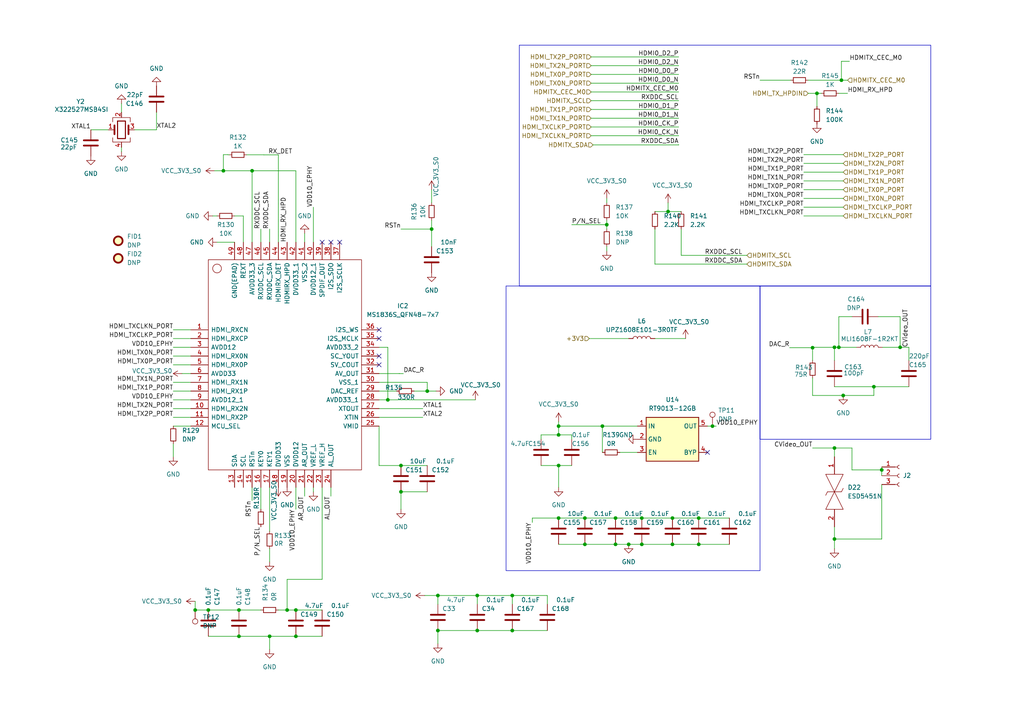
<source format=kicad_sch>
(kicad_sch (version 20231120) (generator "eeschema") (generator_version "8.0")
  (paper "A4")
  (lib_symbols
    (symbol "Connector:Conn_01x03_Socket" (pin_names (offset 1.016) hide)
      (property "Reference" "J" (at 0 5.08 0))
      (property "Value" "Conn_01x03_Socket" (at 0 -5.08 0))
      (symbol "Conn_01x03_Socket_1_1"
        (pin passive line (at -5.08 2.54 0) (length 3.81) (name "Pin_1") (number "1"))
        (pin passive line (at -5.08 0 0) (length 3.81) (name "Pin_2") (number "2"))
        (pin passive line (at -5.08 -2.54 0) (length 3.81) (name "Pin_3") (number "3"))
      )
    )
    (symbol "Connector:TestPoint" (pin_numbers hide) (pin_names (offset 0.762) hide)
      (property "Reference" "TP" (at 0 6.858 0))
      (property "Value" "TestPoint" (at 0 5.08 0))
      (symbol "TestPoint_1_1"
        (pin passive line (at 0 0 90) (length 2.54) (name "1") (number "1"))
      )
    )
    (symbol "Device:C" (pin_numbers hide) (pin_names (offset 0.254))
      (property "Reference" "C" (at 0.635 2.54 0))
      (property "Value" "C" (at 0.635 -2.54 0))
      (symbol "C_1_1"
        (pin passive line (at 0 3.81 270) (length 2.794) (name "~") (number "1"))
        (pin passive line (at 0 -3.81 90) (length 2.794) (name "~") (number "2"))
      )
    )
    (symbol "Device:Crystal_GND24" (pin_names (offset 1.016) hide)
      (property "Reference" "Y" (at 3.175 5.08 0))
      (property "Value" "Crystal_GND24" (at 3.175 3.175 0))
      (symbol "Crystal_GND24_1_1"
        (pin passive line (at -3.81 0 0) (length 1.27) (name "1") (number "1"))
        (pin passive line (at 0 5.08 270) (length 1.27) (name "2") (number "2"))
        (pin passive line (at 3.81 0 180) (length 1.27) (name "3") (number "3"))
        (pin passive line (at 0 -5.08 90) (length 1.27) (name "4") (number "4"))
      )
    )
    (symbol "Device:L" (pin_numbers hide) (pin_names (offset 1.016) hide)
      (property "Reference" "L" (at -1.27 0 90))
      (property "Value" "L" (at 1.905 0 90))
      (symbol "L_1_1"
        (pin passive line (at 0 3.81 270) (length 1.27) (name "1") (number "1"))
        (pin passive line (at 0 -3.81 90) (length 1.27) (name "2") (number "2"))
      )
    )
    (symbol "Device:R_Small" (pin_numbers hide) (pin_names (offset 0.254) hide)
      (property "Reference" "R" (at 0.762 0.508 0))
      (property "Value" "R_Small" (at 0.762 -1.016 0))
      (symbol "R_Small_1_1"
        (pin passive line (at 0 2.54 270) (length 0.762) (name "~") (number "1"))
        (pin passive line (at 0 -2.54 90) (length 0.762) (name "~") (number "2"))
      )
    )
    (symbol "ESD5451N:ESD5451N" (pin_names (offset 0.762))
      (property "Reference" "D" (at 12.7 8.89 0))
      (property "Value" "ESD5451N" (at 12.7 6.35 0))
      (symbol "ESD5451N_0_0"
        (pin passive line (at 0 0 0) (length 5.08) (name "~") (number "1"))
        (pin passive line (at 20.32 0 180) (length 5.08) (name "~") (number "2"))
      )
    )
    (symbol "Mechanical:Fiducial"
      (property "Reference" "FID" (at 0 5.08 0))
      (property "Value" "Fiducial" (at 0 3.175 0))
    )
    (symbol "QFN481:MS1836S_QFN48-7x7" (pin_names (offset 0.762))
      (property "Reference" "IC" (at 41.91 25.4 0))
      (property "Value" "MS1836S_QFN48-7x7" (at 41.91 22.86 0))
      (symbol "MS1836S_QFN48-7x7_1_0"
        (pin passive line (at -5.08 0 0) (length 5.08) (name "HDMI_RXCN") (number "1"))
        (pin passive line (at -5.08 -22.86 0) (length 5.08) (name "HDMI_RX2N") (number "10"))
        (pin passive line (at -5.08 -25.4 0) (length 5.08) (name "HDMI_RX2P") (number "11"))
        (pin passive line (at -5.08 -27.94 0) (length 5.08) (name "MCU_SEL") (number "12"))
        (pin passive line (at 7.62 -45.72 90) (length 5.08) (name "SDA") (number "13"))
        (pin passive line (at 10.16 -45.72 90) (length 5.08) (name "SCL") (number "14"))
        (pin passive line (at 12.7 -45.72 90) (length 5.08) (name "RSTn") (number "15"))
        (pin passive line (at 15.24 -45.72 90) (length 5.08) (name "KEY0") (number "16"))
        (pin passive line (at 17.78 -45.72 90) (length 5.08) (name "KEY1") (number "17"))
        (pin passive line (at 20.32 -45.72 90) (length 5.08) (name "DVDD33") (number "18"))
        (pin passive line (at 22.86 -45.72 90) (length 5.08) (name "VSS") (number "19"))
        (pin passive line (at -5.08 -2.54 0) (length 5.08) (name "HDMI_RXCP") (number "2"))
        (pin passive line (at 25.4 -45.72 90) (length 5.08) (name "DVDD12") (number "20"))
        (pin passive line (at 27.94 -45.72 90) (length 5.08) (name "AR_OUT") (number "21"))
        (pin passive line (at 30.48 -45.72 90) (length 5.08) (name "VREF_L") (number "22"))
        (pin passive line (at 33.02 -45.72 90) (length 5.08) (name "VREF_H") (number "23"))
        (pin passive line (at 35.56 -45.72 90) (length 5.08) (name "AL_OUT") (number "24"))
        (pin passive line (at 49.53 -27.94 180) (length 5.08) (name "VMID") (number "25"))
        (pin passive line (at 49.53 -25.4 180) (length 5.08) (name "XTIN") (number "26"))
        (pin passive line (at 49.53 -22.86 180) (length 5.08) (name "XTOUT") (number "27"))
        (pin passive line (at 49.53 -20.32 180) (length 5.08) (name "AVDD33_1") (number "28"))
        (pin passive line (at 49.53 -17.78 180) (length 5.08) (name "DAC_REF") (number "29"))
        (pin passive line (at -5.08 -5.08 0) (length 5.08) (name "AVDD12") (number "3"))
        (pin passive line (at 49.53 -15.24 180) (length 5.08) (name "VSS_1") (number "30"))
        (pin passive line (at 49.53 -12.7 180) (length 5.08) (name "AV_OUT") (number "31"))
        (pin passive line (at 49.53 -10.16 180) (length 5.08) (name "SV_COUT") (number "32"))
        (pin passive line (at 49.53 -7.62 180) (length 5.08) (name "SC_YOUT") (number "33"))
        (pin passive line (at 49.53 -5.08 180) (length 5.08) (name "AVDD33_2") (number "34"))
        (pin passive line (at 49.53 -2.54 180) (length 5.08) (name "I2S_MCLK") (number "35"))
        (pin passive line (at 49.53 0 180) (length 5.08) (name "I2S_WS") (number "36"))
        (pin passive line (at 38.1 25.4 270) (length 5.08) (name "I2S_SCLK") (number "37"))
        (pin passive line (at 35.56 25.4 270) (length 5.08) (name "I2S_SDO") (number "38"))
        (pin passive line (at 33.02 25.4 270) (length 5.08) (name "SPDIF_OUT") (number "39"))
        (pin passive line (at -5.08 -7.62 0) (length 5.08) (name "HDMI_RX0N") (number "4"))
        (pin passive line (at 30.48 25.4 270) (length 5.08) (name "DVDD12_1") (number "40"))
        (pin passive line (at 27.94 25.4 270) (length 5.08) (name "VSS_2") (number "41"))
        (pin passive line (at 25.4 25.4 270) (length 5.08) (name "DVDD33_1") (number "42"))
        (pin passive line (at 22.86 25.4 270) (length 5.08) (name "HDMIRX_HPD") (number "43"))
        (pin passive line (at 20.32 25.4 270) (length 5.08) (name "HDMIRX_DET") (number "44"))
        (pin passive line (at 17.78 25.4 270) (length 5.08) (name "RXDDC_SDA") (number "45"))
        (pin passive line (at 15.24 25.4 270) (length 5.08) (name "RXDDC_SCL") (number "46"))
        (pin passive line (at 12.7 25.4 270) (length 5.08) (name "AVDD33_3") (number "47"))
        (pin passive line (at 10.16 25.4 270) (length 5.08) (name "REXT") (number "48"))
        (pin passive line (at 7.62 25.4 270) (length 5.08) (name "GND(EPAD)") (number "49"))
        (pin passive line (at -5.08 -10.16 0) (length 5.08) (name "HDMI_RX0P") (number "5"))
        (pin passive line (at -5.08 -12.7 0) (length 5.08) (name "AVDD33") (number "6"))
        (pin passive line (at -5.08 -15.24 0) (length 5.08) (name "HDMI_RX1N") (number "7"))
        (pin passive line (at -5.08 -17.78 0) (length 5.08) (name "HDMI_RX1P") (number "8"))
        (pin passive line (at -5.08 -20.32 0) (length 5.08) (name "AVDD12_1") (number "9"))
      )
    )
    (symbol "RT9013-12GB:RT9013-12GB"
      (property "Reference" "U9" (at 0 3.81 0))
      (property "Value" "RT9013-12GB" (at 0 1.27 0))
      (symbol "RT9013-12GB_1_1"
        (pin power_in line (at -10.16 -3.81 0) (length 2.54) (name "IN") (number "1"))
        (pin power_in line (at -10.16 -7.62 0) (length 2.54) (name "GND") (number "2"))
        (pin power_in line (at -10.16 -11.43 0) (length 2.54) (name "EN") (number "3"))
        (pin passive line (at 10.16 -11.43 180) (length 2.54) (name "BYP") (number "4"))
        (pin power_out line (at 10.16 -3.81 180) (length 2.54) (name "OUT") (number "5"))
      )
    )
    (symbol "power:GND" (power) (pin_names (offset 0))
      (property "Value" "GND" (at 0 -3.81 0))
      (symbol "GND_1_1"
        (pin power_in line (at 0 0 270) (length 0) hide (name "GND") (number "1"))
      )
    )
    (symbol "power:VCC" (power) (pin_names (offset 0))
      (property "Value" "VCC" (at 0 3.81 0))
      (symbol "VCC_1_1"
        (pin power_in line (at 0 0 90) (length 0) hide (name "VCC") (number "1"))
      )
    )
  )
  (junction (at 253.4574 112.1637))
  (junction (at 127 172.72))
  (junction (at 73.1174 49.53))
  (junction (at 116.2974 142.6437))
  (junction (at 64.7906 49.53))
  (junction (at 202.6574 157.8837))
  (junction (at 169.6374 150.2637))
  (junction (at 175.9874 65.1737))
  (junction (at 244.0487 23.2637))
  (junction (at 123.9174 113.4337))
  (junction (at 206.6461 123.5937))
  (junction (at 261.0774 100.7337))
  (junction (at 195.0374 157.8837))
  (junction (at 148.59 172.72))
  (junction (at 235.6774 100.8488))
  (junction (at 186.1474 150.2637))
  (junction (at 125.1874 66.4437))
  (junction (at 178.5274 157.8837))
  (junction (at 202.6574 150.2637))
  (junction (at 138.43 172.72))
  (junction (at 148.59 182.88))
  (junction (at 60.4174 176.9337))
  (junction (at 138.43 182.88))
  (junction (at 178.5274 150.2637))
  (junction (at 242.0274 156.3403))
  (junction (at 255.7436 136.2937))
  (junction (at 186.1474 157.8837))
  (junction (at 83.2774 176.9337))
  (junction (at 127 182.88))
  (junction (at 162.0174 126.1337))
  (junction (at 85.8174 184.5537))
  (junction (at 169.6374 157.8837))
  (junction (at 69.3074 184.5537))
  (junction (at 162.0174 123.5937))
  (junction (at 244.5674 114.7037))
  (junction (at 242.0274 129.9437))
  (junction (at 243.2974 100.7337))
  (junction (at 78.1974 184.5537))
  (junction (at 112.4874 115.9737))
  (junction (at 236.9474 27.0737))
  (junction (at 162.0174 150.2637))
  (junction (at 56.6074 176.9337))
  (junction (at 242.0274 100.7337))
  (junction (at 193.7674 61.3637))
  (junction (at 162.0174 135.0237))
  (junction (at 174.7174 123.5937))
  (junction (at 85.8174 176.9337))
  (junction (at 116.2974 135.0237))
  (junction (at 69.3074 176.9337))
  (junction (at 182.3374 157.8837))
  (junction (at 195.0374 150.2637))
  (no_connect (at 109.9474 98.1937))
  (no_connect (at 98.5174 70.2537))
  (no_connect (at 205.1974 131.2137))
  (no_connect (at 109.9474 95.6537))
  (no_connect (at 109.9474 105.8137))
  (no_connect (at 109.9474 103.2737))
  (no_connect (at 95.9774 70.2537))
  (no_connect (at 93.4374 70.2537))
  (wire (pts (xy 169.6374 157.8837) (xy 178.5274 157.8837)))
  (wire (pts (xy 50.2574 118.5137) (xy 55.3374 118.5137)))
  (wire (pts (xy 138.43 182.88) (xy 127 182.88)))
  (wire (pts (xy 233.1374 57.5537) (xy 244.5674 57.5537)))
  (wire (pts (xy 148.59 172.72) (xy 138.43 172.72)))
  (wire (pts (xy 171.45 16.51) (xy 196.85 16.51)))
  (wire (pts (xy 244.0487 23.2637) (xy 245.8374 23.2637)))
  (wire (pts (xy 169.6374 150.2637) (xy 178.5274 150.2637)))
  (wire (pts (xy 235.6774 114.7037) (xy 235.6774 109.6237)))
  (wire (pts (xy 122.6474 121.0537) (xy 109.9474 121.0537)))
  (wire (pts (xy 174.7174 123.5937) (xy 174.7174 131.2137)))
  (wire (pts (xy 158.75 175.26) (xy 158.75 172.72)))
  (wire (pts (xy 137.8874 115.9737) (xy 112.4874 115.9737)))
  (wire (pts (xy 61.6874 62.6337) (xy 62.9574 62.6337)))
  (wire (pts (xy 179.7974 131.2137) (xy 184.8774 131.2137)))
  (wire (pts (xy 175.9874 65.1737) (xy 175.9874 63.9037)))
  (wire (pts (xy 126.4574 113.4337) (xy 123.9174 113.4337)))
  (wire (pts (xy 120.1074 113.4337) (xy 123.9174 113.4337)))
  (wire (pts (xy 85.8174 176.9337) (xy 83.2774 176.9337)))
  (wire (pts (xy 156.9374 135.0237) (xy 162.0174 135.0237)))
  (wire (pts (xy 64.7906 44.8547) (xy 64.7906 49.53)))
  (wire (pts (xy 39.045 37.6506) (xy 45.395 37.6506)))
  (wire (pts (xy 165.8274 65.1737) (xy 175.9874 65.1737)))
  (wire (pts (xy 76.5183 44.9151) (xy 80.7374 44.9151)))
  (wire (pts (xy 75.6574 147.7237) (xy 75.6574 141.3737)))
  (wire (pts (xy 148.59 182.88) (xy 138.43 182.88)))
  (wire (pts (xy 263.6174 100.7337) (xy 263.6174 104.5437)))
  (wire (pts (xy 109.9474 100.7337) (xy 112.4874 100.7337)))
  (wire (pts (xy 60.4174 176.9337) (xy 56.6074 176.9337)))
  (wire (pts (xy 88.3574 67.7137) (xy 88.3574 70.2537)))
  (wire (pts (xy 235.6774 129.9437) (xy 242.0274 129.9437)))
  (wire (pts (xy 50.2574 113.4337) (xy 55.3374 113.4337)))
  (wire (pts (xy 235.6774 104.5437) (xy 235.6774 100.8488)))
  (wire (pts (xy 83.2774 176.9337) (xy 80.7374 176.9337)))
  (wire (pts (xy 255.7436 136.2937) (xy 255.7436 137.9873)))
  (wire (pts (xy 193.7674 61.3637) (xy 197.5774 61.3637)))
  (wire (pts (xy 243.2974 91.8437) (xy 243.2974 100.7337)))
  (wire (pts (xy 202.6574 150.2637) (xy 211.5474 150.2637)))
  (wire (pts (xy 66.1086 44.9027) (xy 66.1086 44.8547)))
  (wire (pts (xy 116.2974 142.6437) (xy 123.9174 142.6437)))
  (wire (pts (xy 69.3074 184.5537) (xy 78.1974 184.5537)))
  (wire (pts (xy 69.3074 176.9337) (xy 60.4174 176.9337)))
  (wire (pts (xy 244.5674 114.7037) (xy 253.4574 114.7037)))
  (wire (pts (xy 116.2974 147.7237) (xy 116.2974 142.6437)))
  (wire (pts (xy 156.9374 126.1337) (xy 162.0174 126.1337)))
  (wire (pts (xy 112.4874 115.9737) (xy 109.9474 115.9737)))
  (wire (pts (xy 138.43 172.72) (xy 127 172.72)))
  (wire (pts (xy 50.2574 95.6537) (xy 55.3374 95.6537)))
  (wire (pts (xy 70.5774 62.6337) (xy 68.0374 62.6337)))
  (wire (pts (xy 233.1374 49.9337) (xy 244.5674 49.9337)))
  (wire (pts (xy 247.1074 136.2937) (xy 247.1074 129.9437)))
  (wire (pts (xy 162.0174 126.1337) (xy 165.8274 126.1337)))
  (wire (pts (xy 193.7674 58.8237) (xy 193.7674 61.3637)))
  (wire (pts (xy 138.43 175.26) (xy 138.43 172.72)))
  (wire (pts (xy 233.1374 62.6337) (xy 244.5674 62.6337)))
  (wire (pts (xy 246.38 17.78) (xy 244.0487 17.78)))
  (wire (pts (xy 73.1174 49.53) (xy 85.8174 49.53)))
  (wire (pts (xy 171.45 21.59) (xy 196.85 21.59)))
  (wire (pts (xy 50.2574 123.5937) (xy 55.3374 123.5937)))
  (wire (pts (xy 50.2574 100.7337) (xy 55.3374 100.7337)))
  (wire (pts (xy 165.8274 126.1337) (xy 165.8274 127.4037)))
  (wire (pts (xy 50.2574 121.0537) (xy 55.3374 121.0537)))
  (wire (pts (xy 45.395 32.5706) (xy 45.395 37.6506)))
  (wire (pts (xy 255.7436 140.5273) (xy 255.7436 156.3403)))
  (wire (pts (xy 123.9174 110.8937) (xy 123.9174 113.4337)))
  (wire (pts (xy 125.1874 71.5237) (xy 125.1874 66.4437)))
  (wire (pts (xy 255.9974 100.7337) (xy 261.0774 100.7337)))
  (wire (pts (xy 64.7906 49.53) (xy 62.23 49.53)))
  (wire (pts (xy 186.1474 150.2637) (xy 195.0374 150.2637)))
  (wire (pts (xy 85.8174 184.5537) (xy 93.4374 184.5537)))
  (wire (pts (xy 50.2574 115.9737) (xy 55.3374 115.9737)))
  (wire (pts (xy 75.6574 66.4437) (xy 75.6574 70.2537)))
  (wire (pts (xy 174.7174 123.5937) (xy 184.8774 123.5937)))
  (wire (pts (xy 243.2974 100.7337) (xy 242.0274 100.7337)))
  (wire (pts (xy 78.1974 66.4437) (xy 78.1974 70.2537)))
  (wire (pts (xy 112.4874 100.7337) (xy 112.4874 115.9737)))
  (wire (pts (xy 162.0174 157.8837) (xy 169.6374 157.8837)))
  (wire (pts (xy 261.0774 91.8437) (xy 254.7274 91.8437)))
  (wire (pts (xy 242.0274 152.8037) (xy 242.0274 156.3403)))
  (wire (pts (xy 35.235 30.0306) (xy 35.235 32.5706)))
  (wire (pts (xy 78.1974 159.1537) (xy 78.1974 162.9637)))
  (wire (pts (xy 171.45 19.05) (xy 196.85 19.05)))
  (wire (pts (xy 76.5183 44.9151) (xy 76.5183 44.9027)))
  (wire (pts (xy 196.85 41.91) (xy 196.85 42.0303)))
  (wire (pts (xy 73.1174 49.53) (xy 73.1174 70.2537)))
  (wire (pts (xy 178.5274 157.8837) (xy 182.3374 157.8837)))
  (wire (pts (xy 122.6474 118.5137) (xy 109.9474 118.5137)))
  (wire (pts (xy 90.8974 60.0937) (xy 90.8974 70.2537)))
  (wire (pts (xy 255.7436 135.4473) (xy 255.7436 136.2937)))
  (wire (pts (xy 64.7906 44.8547) (xy 66.1086 44.8547)))
  (wire (pts (xy 195.0374 150.2637) (xy 202.6574 150.2637)))
  (wire (pts (xy 236.9474 27.0737) (xy 238.2174 27.0737)))
  (wire (pts (xy 154.3974 151.5337) (xy 154.3974 150.2637)))
  (wire (pts (xy 162.0174 122.3237) (xy 162.0174 123.5937)))
  (wire (pts (xy 253.4574 112.1637) (xy 253.4574 114.7037)))
  (wire (pts (xy 156.9374 127.4037) (xy 156.9374 126.1337)))
  (wire (pts (xy 78.1974 154.0737) (xy 78.1974 141.3737)))
  (wire (pts (xy 78.1974 184.5537) (xy 85.8174 184.5537)))
  (wire (pts (xy 115.0274 113.4337) (xy 109.9474 113.4337)))
  (wire (pts (xy 88.3574 143.9137) (xy 88.3574 141.3737)))
  (wire (pts (xy 80.7374 44.9151) (xy 80.7374 70.2537)))
  (wire (pts (xy 162.0174 123.5937) (xy 174.7174 123.5937)))
  (wire (pts (xy 123.19 172.72) (xy 127 172.72)))
  (wire (pts (xy 233.1374 52.4737) (xy 244.5674 52.4737)))
  (wire (pts (xy 247.1074 136.2937) (xy 255.7436 136.2937)))
  (wire (pts (xy 261.0774 100.7337) (xy 263.6174 100.7337)))
  (wire (pts (xy 50.2574 98.1937) (xy 55.3374 98.1937)))
  (wire (pts (xy 234.4074 27.0737) (xy 236.9474 27.0737)))
  (wire (pts (xy 171.45 26.67) (xy 196.85 26.67)))
  (wire (pts (xy 93.4374 141.3737) (xy 93.4374 168.0437)))
  (wire (pts (xy 202.6574 157.8837) (xy 211.5474 157.8837)))
  (wire (pts (xy 242.0274 156.3403) (xy 242.0274 159.1537)))
  (wire (pts (xy 189.9574 61.3637) (xy 193.7674 61.3637)))
  (wire (pts (xy 93.4374 168.0437) (xy 83.2774 168.0437)))
  (wire (pts (xy 117.0066 108.3625) (xy 115.824 108.3625)))
  (wire (pts (xy 127 172.72) (xy 127 175.26)))
  (wire (pts (xy 242.0274 112.1637) (xy 253.4574 112.1637)))
  (wire (pts (xy 123.9174 135.0237) (xy 116.2974 135.0237)))
  (wire (pts (xy 248.3774 100.7337) (xy 243.2974 100.7337)))
  (wire (pts (xy 70.5774 62.6337) (xy 70.5774 70.2537)))
  (wire (pts (xy 242.0274 129.9437) (xy 242.0274 132.4837)))
  (wire (pts (xy 171.45 34.29) (xy 196.85 34.29)))
  (wire (pts (xy 178.5274 150.2637) (xy 186.1474 150.2637)))
  (wire (pts (xy 50.2574 103.2737) (xy 55.3374 103.2737)))
  (wire (pts (xy 83.2774 168.0437) (xy 83.2774 176.9337)))
  (wire (pts (xy 85.8174 70.2537) (xy 85.8174 49.53)))
  (wire (pts (xy 50.2574 132.4837) (xy 50.2574 128.6737)))
  (wire (pts (xy 189.9574 76.6037) (xy 216.6274 76.6037)))
  (wire (pts (xy 170.9074 98.1937) (xy 182.3374 98.1937)))
  (wire (pts (xy 195.0374 157.8837) (xy 202.6574 157.8837)))
  (wire (pts (xy 247.1074 129.9437) (xy 242.0274 129.9437)))
  (wire (pts (xy 236.9474 30.8837) (xy 236.9474 27.0737)))
  (wire (pts (xy 95.9774 143.9137) (xy 95.9774 141.3737)))
  (wire (pts (xy 175.9874 72.7937) (xy 175.9874 71.5237)))
  (wire (pts (xy 62.9574 70.2537) (xy 68.0374 70.2537)))
  (wire (pts (xy 234.4074 23.2637) (xy 244.0487 23.2637)))
  (wire (pts (xy 76.5183 44.9027) (xy 71.549 44.9027)))
  (wire (pts (xy 148.59 175.26) (xy 148.59 172.72)))
  (wire (pts (xy 171.45 31.75) (xy 196.85 31.75)))
  (wire (pts (xy 26.345 37.6506) (xy 31.425 37.6506)))
  (wire (pts (xy 115.824 108.3625) (xy 115.824 108.3537)))
  (wire (pts (xy 115.824 108.3537) (xy 109.9474 108.3537)))
  (wire (pts (xy 197.5774 74.0637) (xy 216.6274 74.0637)))
  (wire (pts (xy 189.9574 66.4437) (xy 189.9574 76.6037)))
  (wire (pts (xy 235.6774 100.7337) (xy 242.0274 100.7337)))
  (wire (pts (xy 35.235 44.0006) (xy 35.235 42.7306)))
  (wire (pts (xy 261.0774 91.8437) (xy 261.0774 100.7337)))
  (wire (pts (xy 158.75 172.72) (xy 148.59 172.72)))
  (wire (pts (xy 75.6574 176.9337) (xy 69.3074 176.9337)))
  (wire (pts (xy 233.1374 47.3937) (xy 244.5674 47.3937)))
  (wire (pts (xy 56.6074 176.9337) (xy 56.6074 174.3937)))
  (wire (pts (xy 243.2974 91.8437) (xy 247.1074 91.8437)))
  (wire (pts (xy 233.1374 55.0137) (xy 244.5674 55.0137)))
  (wire (pts (xy 233.1374 60.0937) (xy 244.5674 60.0937)))
  (wire (pts (xy 125.1874 66.4437) (xy 125.1874 63.9037)))
  (wire (pts (xy 206.6461 123.5937) (xy 205.1974 123.5937)))
  (wire (pts (xy 171.45 29.21) (xy 196.85 29.21)))
  (wire (pts (xy 109.9474 110.8937) (xy 123.9174 110.8937)))
  (wire (pts (xy 242.0274 156.3403) (xy 255.7436 156.3403)))
  (wire (pts (xy 66.1086 44.9027) (xy 66.469 44.9027)))
  (wire (pts (xy 197.5774 66.4437) (xy 197.5774 74.0637)))
  (wire (pts (xy 235.6774 100.8488) (xy 235.6774 100.7337)))
  (wire (pts (xy 175.9874 58.8237) (xy 175.9874 57.5537)))
  (wire (pts (xy 90.8974 142.6437) (xy 90.8974 141.3737)))
  (wire (pts (xy 116.2974 66.4437) (xy 125.1874 66.4437)))
  (wire (pts (xy 60.4174 184.5537) (xy 69.3074 184.5537)))
  (wire (pts (xy 196.85 42.0303) (xy 171.9926 42.0303)))
  (wire (pts (xy 78.1974 188.3637) (xy 78.1974 184.5537)))
  (wire (pts (xy 162.0174 135.0237) (xy 165.8274 135.0237)))
  (wire (pts (xy 171.45 36.83) (xy 196.85 36.83)))
  (wire (pts (xy 116.2974 135.0237) (xy 109.9474 135.0237)))
  (wire (pts (xy 109.9474 135.0237) (xy 109.9474 123.5937)))
  (wire (pts (xy 182.3374 157.8837) (xy 186.1474 157.8837)))
  (wire (pts (xy 93.4374 176.9337) (xy 85.8174 176.9337)))
  (wire (pts (xy 189.9574 98.1937) (xy 198.8474 98.1937)))
  (wire (pts (xy 242.0274 100.7337) (xy 242.0274 104.5437)))
  (wire (pts (xy 50.2574 105.8137) (xy 55.3374 105.8137)))
  (wire (pts (xy 158.75 182.88) (xy 148.59 182.88)))
  (wire (pts (xy 162.0174 123.5937) (xy 162.0174 126.1337)))
  (wire (pts (xy 243.2974 27.0737) (xy 245.8374 27.0737)))
  (wire (pts (xy 73.1174 145.1837) (xy 73.1174 141.3737)))
  (wire (pts (xy 186.1474 157.8837) (xy 195.0374 157.8837)))
  (wire (pts (xy 233.1374 44.8537) (xy 244.5674 44.8537)))
  (wire (pts (xy 50.2574 110.8937) (xy 55.3374 110.8937)))
  (wire (pts (xy 175.9874 66.4437) (xy 175.9874 65.1737)))
  (wire (pts (xy 64.7906 49.53) (xy 73.1174 49.53)))
  (wire (pts (xy 125.1874 58.8237) (xy 125.1874 55.0137)))
  (wire (pts (xy 52.7974 108.3537) (xy 55.3374 108.3537)))
  (wire (pts (xy 162.0174 135.0237) (xy 162.0174 141.3737)))
  (wire (pts (xy 171.45 39.37) (xy 196.85 39.37)))
  (wire (pts (xy 85.8174 147.7237) (xy 85.8174 141.3737)))
  (wire (pts (xy 253.4574 112.1637) (xy 263.6174 112.1637)))
  (wire (pts (xy 244.0487 17.78) (xy 244.0487 23.2637)))
  (wire (pts (xy 235.6774 114.7037) (xy 244.5674 114.7037)))
  (wire (pts (xy 220.4374 23.2637) (xy 229.3274 23.2637)))
  (wire (pts (xy 127 182.88) (xy 127 186.69)))
  (wire (pts (xy 171.45 24.13) (xy 196.85 24.13)))
  (wire (pts (xy 235.6774 100.8488) (xy 229.0122 100.8488)))
  (wire (pts (xy 207.7374 123.5937) (xy 206.6461 123.5937)))
  (wire (pts (xy 162.0174 150.2637) (xy 169.6374 150.2637)))
  (wire (pts (xy 154.3974 150.2637) (xy 162.0174 150.2637)))
  (rectangle (start 146.7774 82.9537) (end 220.4374 165.5037))
  (rectangle (start 220.4374 82.9537) (end 269.9674 127.4037))
  (rectangle (start 150.622 13.1037) (end 269.9674 82.9537))
  (label "CVideo_OUT" (at 263.6174 100.7337 90))
  (label "HDMI0_CK_N" (at 196.85 39.37 180))
  (label "P{slash}N_SEL" (at 75.6574 152.8037 270))
  (label "XTAL1" (at 26.345 37.6506 180))
  (label "HDMI_TXCLKP_PORT" (at 233.1374 60.0937 180))
  (label "HDMI0_D1_P" (at 196.85 31.75 180))
  (label "HDMI_TXCLKP_PORT" (at 50.2574 98.1937 180))
  (label "HDMITX_CEC_M0" (at 196.85 26.67 180))
  (label "HDMI_TX1P_PORT" (at 50.2574 113.4337 180))
  (label "RSTn" (at 73.1174 145.1837 270))
  (label "HDMI0_D1_N" (at 196.85 34.29 180))
  (label "DAC_R" (at 117.0066 108.3625 0))
  (label "P{slash}N_SEL" (at 165.8274 65.1737 0))
  (label "RXDDC_SDA" (at 196.85 41.91 180))
  (label "RXDDC_SCL" (at 215.3574 74.0637 180))
  (label "HDMI_TX1P_PORT" (at 233.1374 49.9337 180))
  (label "HDMI0_D2_P" (at 196.85 16.51 180))
  (label "VDD10_EPHY" (at 85.8174 147.7237 270))
  (label "AL_OUT" (at 95.9774 143.9137 270))
  (label "RSTn" (at 220.4374 23.2637 180))
  (label "HDMI_TX0P_PORT" (at 50.2574 105.8137 180))
  (label "HDMITX_CEC_M0" (at 246.38 17.78 0))
  (label "HDMI0_D2_N" (at 196.85 19.05 180))
  (label "VDD10_EPHY" (at 50.2574 115.9737 180))
  (label "HDMI_TX2N_PORT" (at 233.1374 47.3937 180))
  (label "HDMI0_D0_N" (at 196.85 24.13 180))
  (label "VDD10_EPHY" (at 207.7374 123.5937 0))
  (label "CVideo_OUT" (at 235.6774 129.9437 180))
  (label "HDMI_TX1N_PORT" (at 50.2574 110.8937 180))
  (label "HDMI_TX1N_PORT" (at 233.1374 52.4737 180))
  (label "HDMI_TX0N_PORT" (at 50.2574 103.2737 180))
  (label "HDMI_TX0N_PORT" (at 233.1374 57.5537 180))
  (label "VDD10_EPHY" (at 154.3974 151.5337 270))
  (label "HDMI0_CK_P" (at 196.85 36.83 180))
  (label "HDMI_TX2N_PORT" (at 50.2574 118.5137 180))
  (label "RXDDC_SDA" (at 215.3574 76.6037 180))
  (label "HDMI_TXCLKN_PORT" (at 50.2574 95.6537 180))
  (label "RSTn" (at 116.2974 66.4437 180))
  (label "RXDDC_SDA" (at 78.1974 66.4437 90))
  (label "VDD10_EPHY" (at 90.8974 60.0937 90))
  (label "XTAL2" (at 122.6474 121.0537 0))
  (label "XTAL1" (at 122.6474 118.5137 0))
  (label "HDMI0_D0_P" (at 196.85 21.59 180))
  (label "XTAL2" (at 45.395 37.4969 0))
  (label "HDMI_RX_HPD" (at 245.8374 27.0737 0))
  (label "DAC_R" (at 229.0122 100.8488 180))
  (label "RX_DET" (at 77.7883 44.9151 0))
  (label "HDMI_RX_HPD" (at 83.2774 70.2537 90))
  (label "HDMI_TX2P_PORT" (at 50.2574 121.0537 180))
  (label "AR_OUT" (at 88.3574 143.9137 270))
  (label "HDMI_TX2P_PORT" (at 233.1374 44.8537 180))
  (label "HDMI_TXCLKN_PORT" (at 233.1374 62.6337 180))
  (label "RXDDC_SCL" (at 196.85 29.21 180))
  (label "VDD10_EPHY" (at 50.2574 100.7337 180))
  (label "HDMI_TX0P_PORT" (at 233.1374 55.0137 180))
  (label "RXDDC_SCL" (at 75.6574 66.4437 90))
  (hierarchical_label "HDMI_TX2N_PORT" (shape input) (at 171.45 19.05 180))
  (hierarchical_label "HDMI_TX1N_PORT" (shape input) (at 171.45 34.29 180))
  (hierarchical_label "HDMI_TX0P_PORT" (shape input) (at 244.5674 55.0137 0))
  (hierarchical_label "HDMITX_CEC_M0" (shape input) (at 245.8374 23.2637 0))
  (hierarchical_label "HDMI_TX1P_PORT" (shape input) (at 244.5674 49.9337 0))
  (hierarchical_label "HDMI_TX1P_PORT" (shape input) (at 171.45 31.75 180))
  (hierarchical_label "+3V3" (shape input) (at 170.9074 98.1937 180))
  (hierarchical_label "HDMITX_CEC_M0" (shape input) (at 171.45 26.67 180))
  (hierarchical_label "HDMI_TX0P_PORT" (shape input) (at 171.45 21.59 180))
  (hierarchical_label "HDMITX_SCL" (shape input) (at 171.45 29.21 180))
  (hierarchical_label "HDMI_TXCLKN_PORT" (shape input) (at 171.45 39.37 180))
  (hierarchical_label "HDMITX_SDA" (shape input) (at 171.9926 42.0303 180))
  (hierarchical_label "HDMI_TXCLKN_PORT" (shape input) (at 244.5674 62.6337 0))
  (hierarchical_label "HDMITX_SDA" (shape input) (at 216.6274 76.6037 0))
  (hierarchical_label "HDMI_TX2P_PORT" (shape input) (at 244.5674 44.8537 0))
  (hierarchical_label "HDMI_TXCLKP_PORT" (shape input) (at 171.45 36.83 180))
  (hierarchical_label "HDMI_TX0N_PORT" (shape input) (at 171.45 24.13 180))
  (hierarchical_label "HDMI_TX_HPDIN" (shape input) (at 234.4074 27.0737 180))
  (hierarchical_label "HDMI_TX1N_PORT" (shape input) (at 244.5674 52.4737 0))
  (hierarchical_label "HDMI_TX0N_PORT" (shape input) (at 244.5674 57.5537 0))
  (hierarchical_label "HDMITX_SCL" (shape input) (at 216.6274 74.0637 0))
  (hierarchical_label "HDMI_TXCLKP_PORT" (shape input) (at 244.5674 60.0937 0))
  (hierarchical_label "HDMI_TX2P_PORT" (shape input) (at 171.45 16.51 180))
  (hierarchical_label "HDMI_TX2N_PORT" (shape input) (at 244.5674 47.3937 0))
  (symbol (lib_id "power:GND") (at 236.9474 35.9637 0) (unit 1)
    (property "Reference" "#PWR0188" (effects (hide yes)))
    (property "Value" "GND" (at 236.9474 41.0437 0))
    (property "Description" "Power symbol creates a global label with name \"GND\" , ground" (effects (hide yes)))
  )
  (symbol (lib_id "Device:R_Small") (at 236.9474 33.4237 0) (unit 1)
    (property "Reference" "R144" (at 239.4874 32.1537 0) (effects (justify left)))
    (property "Value" "100K" (at 239.4874 34.6937 0) (effects (justify left)))
    (property "Footprint" "Resistor_SMD:R_0603_1608Metric" (effects (hide yes)))
    (property "Description" "Resistor, small symbol" (effects (hide yes)))
    (property "MPN" "0603WAF1003T5E" (effects (hide yes)))
  )
  (symbol (lib_id "Device:R_Small") (at 240.7574 27.0737 270) (unit 1)
    (property "Reference" "R145" (at 240.7574 21.9937 90))
    (property "Value" "1K" (at 240.7574 24.5337 90))
    (property "Footprint" "Resistor_SMD:R_0603_1608Metric" (effects (hide yes)))
    (property "Description" "Resistor, small symbol" (effects (hide yes)))
    (property "MPN" "0603WAF1001T5E" (effects (hide yes)))
  )
  (symbol (lib_id "Device:C") (at 165.8274 131.2137 0) (unit 1)
    (property "Reference" "C156" (at 165.8274 128.6737 0) (effects (justify left)))
    (property "Value" "0.1uF" (at 165.8274 126.1337 0) (effects (justify left)))
    (property "Footprint" "Capacitor_SMD:C_0603_1608Metric" (effects (hide yes)))
    (property "Description" "Unpolarized capacitor" (effects (hide yes)))
  )
  (symbol (lib_id "Mechanical:Fiducial") (at 34.29 69.85 0) (unit 1)
    (property "Reference" "FID1" (at 36.83 68.5799 0) (effects (justify left)))
    (property "Value" "DNP" (at 36.83 71.1199 0) (effects (justify left)))
    (property "Footprint" "Fiducial:Fiducial_0.5mm_Mask1mm" (effects (hide yes)))
    (property "Description" "Fiducial Marker" (effects (hide yes)))
  )
  (symbol (lib_id "power:GND") (at 244.5674 114.7037 0) (unit 1)
    (property "Reference" "#PWR0190" (effects (hide yes)))
    (property "Value" "GND" (at 244.5674 119.7837 0))
    (property "Description" "Power symbol creates a global label with name \"GND\" , ground" (effects (hide yes)))
  )
  (symbol (lib_id "Device:C") (at 156.9374 131.2137 0) (unit 1)
    (property "Reference" "C154" (at 153.1274 128.6737 0) (effects (justify left)))
    (property "Value" "4.7uF" (at 148.0474 128.6737 0) (effects (justify left)))
    (property "Footprint" "Capacitor_SMD:C_0603_1608Metric" (effects (hide yes)))
    (property "Description" "Unpolarized capacitor" (effects (hide yes)))
    (property "MPN" "CL10A475KO8NNNC" (effects (hide yes)))
  )
  (symbol (lib_id "power:GND") (at 126.4574 113.4337 90) (unit 1)
    (property "Reference" "#PWR0166" (effects (hide yes)))
    (property "Value" "GND" (at 130.2674 113.4337 90) (effects (justify right)))
    (property "Description" "Power symbol creates a global label with name \"GND\" , ground" (effects (hide yes)))
  )
  (symbol (lib_id "power:GND") (at 61.6874 62.6337 270) (unit 1)
    (property "Reference" "#PWR0150" (effects (hide yes)))
    (property "Value" "GND" (at 57.8774 62.6337 90) (effects (justify right)))
    (property "Description" "Power symbol creates a global label with name \"GND\" , ground" (effects (hide yes)))
  )
  (symbol (lib_id "Connector:Conn_01x03_Socket") (at 260.8236 137.9873 0) (unit 1)
    (property "Reference" "J2" (at 261.874 137.922 0) (effects (justify left)))
    (property "Value" "DNP" (effects (hide yes)))
    (property "Footprint" "Footprint Library:AV_CON" (effects (hide yes)))
    (property "Description" "Generic connector, single row, 01x03, script generated" (effects (hide yes)))
    (property "Important" "Will not be soldered and will be shipped separately" (effects (hide yes)))
  )
  (symbol (lib_id "power:GND") (at 35.235 30.0306 180) (unit 1)
    (property "Reference" "#PWR07" (effects (hide yes)))
    (property "Value" "GND" (at 35.235 24.9506 0))
    (property "Description" "Power symbol creates a global label with name \"GND\" , ground" (effects (hide yes)))
  )
  (symbol (lib_id "Device:R_Small") (at 69.009 44.9027 90) (unit 1)
    (property "Reference" "R132" (at 69.009 39.8227 90))
    (property "Value" "1K" (at 69.009 42.3627 90))
    (property "Footprint" "Resistor_SMD:R_0603_1608Metric" (effects (hide yes)))
    (property "Description" "Resistor, small symbol" (effects (hide yes)))
    (property "MPN" "0603WAF1001T5E" (effects (hide yes)))
  )
  (symbol (lib_id "power:GND") (at 125.1874 79.1437 0) (unit 1)
    (property "Reference" "#PWR0165" (effects (hide yes)))
    (property "Value" "GND" (at 125.1874 84.2237 0))
    (property "Description" "Power symbol creates a global label with name \"GND\" , ground" (effects (hide yes)))
  )
  (symbol (lib_id "Device:R_Small") (at 197.5774 63.9037 180) (unit 1)
    (property "Reference" "R141" (at 200.1174 62.6337 0) (effects (justify right)))
    (property "Value" "2.2K" (at 200.1174 65.1737 0) (effects (justify right)))
    (property "Footprint" "Resistor_SMD:R_0603_1608Metric" (effects (hide yes)))
    (property "Description" "Resistor, small symbol" (effects (hide yes)))
    (property "MPN" "0603WAF2201T5E" (effects (hide yes)))
  )
  (symbol (lib_id "Device:R_Small") (at 50.2574 126.1337 180) (unit 1)
    (property "Reference" "R129" (at 52.7974 124.8637 0) (effects (justify right)))
    (property "Value" "DNP" (at 52.7974 127.4037 0) (effects (justify right)))
    (property "Footprint" "Resistor_SMD:R_0402_1005Metric" (effects (hide yes)))
    (property "Description" "Resistor, small symbol" (effects (hide yes)))
  )
  (symbol (lib_id "power:VCC") (at 62.23 49.53 90) (unit 1)
    (property "Reference" "#PWR0154" (effects (hide yes)))
    (property "Value" "VCC_3V3_S0" (at 58.42 49.53 90) (effects (justify left)))
    (property "Description" "Power symbol creates a global label with name \"VCC\"" (effects (hide yes)))
  )
  (symbol (lib_id "power:VCC") (at 162.0174 122.3237 0) (unit 1)
    (property "Reference" "#PWR0170" (effects (hide yes)))
    (property "Value" "VCC_3V3_S0" (at 162.0174 117.2437 0))
    (property "Description" "Power symbol creates a global label with name \"VCC\"" (effects (hide yes)))
  )
  (symbol (lib_id "power:VCC") (at 80.7374 141.3737 180) (unit 1)
    (property "Reference" "#PWR0157" (effects (hide yes)))
    (property "Value" "VCC_3V3_S0" (at 79.4674 145.1837 90))
    (property "Description" "Power symbol creates a global label with name \"VCC\"" (effects (hide yes)))
  )
  (symbol (lib_id "power:VCC") (at 198.8474 98.1937 0) (unit 1)
    (property "Reference" "#PWR0187" (effects (hide yes)))
    (property "Value" "VCC_3V3_S0" (at 194.0214 93.3677 0) (effects (justify left)))
    (property "Description" "Power symbol creates a global label with name \"VCC\"" (effects (hide yes)))
  )
  (symbol (lib_id "Device:C") (at 26.345 41.4606 0) (unit 1)
    (property "Reference" "C145" (at 17.526 40.64 0) (effects (justify left)))
    (property "Value" "22pF" (at 17.526 42.672 0) (effects (justify left)))
    (property "Footprint" "Capacitor_SMD:C_0603_1608Metric" (effects (hide yes)))
    (property "Description" "Unpolarized capacitor" (effects (hide yes)))
    (property "MPN" "CL10C220JB8NNNC" (effects (hide yes)))
  )
  (symbol (lib_id "Device:C") (at 178.5274 154.0737 0) (unit 1)
    (property "Reference" "C158" (at 179.7974 151.5337 0) (effects (justify left)))
    (property "Value" "0.1uF" (at 181.0674 148.9937 0) (effects (justify left)))
    (property "Footprint" "Capacitor_SMD:C_0603_1608Metric" (effects (hide yes)))
    (property "Description" "Unpolarized capacitor" (effects (hide yes)))
  )
  (symbol (lib_id "Device:C") (at 127 179.07 0) (unit 1)
    (property "Reference" "C33" (at 128.27 176.53 0) (effects (justify left)))
    (property "Value" "4.7uF" (at 129.54 173.99 0) (effects (justify left)))
    (property "Footprint" "Capacitor_SMD:C_0603_1608Metric" (effects (hide yes)))
    (property "Description" "Unpolarized capacitor" (effects (hide yes)))
    (property "MPN" "CL10A475KO8NNNC" (effects (hide yes)))
  )
  (symbol (lib_id "power:GND") (at 90.8974 142.6437 0) (unit 1)
    (property "Reference" "#PWR0160" (effects (hide yes)))
    (property "Value" "GND" (at 90.8974 147.7237 0))
    (property "Description" "Power symbol creates a global label with name \"GND\" , ground" (effects (hide yes)))
  )
  (symbol (lib_id "power:VCC") (at 52.7974 108.3537 90) (unit 1)
    (property "Reference" "#PWR0140" (effects (hide yes)))
    (property "Value" "VCC_3V3_S0" (at 50.0034 107.5917 90) (effects (justify left)))
    (property "Description" "Power symbol creates a global label with name \"VCC\"" (effects (hide yes)))
  )
  (symbol (lib_id "power:GND") (at 62.9574 70.2537 270) (unit 1)
    (property "Reference" "#PWR0153" (effects (hide yes)))
    (property "Value" "GND" (at 59.1474 70.2537 90) (effects (justify right)))
    (property "Description" "Power symbol creates a global label with name \"GND\" , ground" (effects (hide yes)))
  )
  (symbol (lib_id "Device:R_Small") (at 231.8674 23.2637 270) (unit 1)
    (property "Reference" "R142" (at 231.8674 18.1837 90))
    (property "Value" "22R" (at 231.8674 20.7237 90))
    (property "Footprint" "Resistor_SMD:R_0603_1608Metric" (effects (hide yes)))
    (property "Description" "Resistor, small symbol" (effects (hide yes)))
    (property "MPN" "0603WAF220JT5E" (effects (hide yes)))
  )
  (symbol (lib_id "QFN481:MS1836S_QFN48-7x7") (at 60.4174 95.6537 0) (unit 1)
    (property "Reference" "IC2" (at 116.84 88.7255 0))
    (property "Value" "MS1836S_QFN48-7x7" (at 116.84 91.2655 0))
    (property "Footprint" "Package_DFN_QFN:QFN-48-1EP_7x7mm_P0.5mm_EP5.6x5.6mm" (effects (hide yes)))
    (property "MPN" "MS1836S" (effects (hide yes)))
  )
  (symbol (lib_id "Device:C") (at 202.6574 154.0737 0) (unit 1)
    (property "Reference" "C161" (at 203.9274 151.5337 0) (effects (justify left)))
    (property "Value" "0.1uF" (at 205.1974 148.9937 0) (effects (justify left)))
    (property "Footprint" "Capacitor_SMD:C_0603_1608Metric" (effects (hide yes)))
    (property "Description" "Unpolarized capacitor" (effects (hide yes)))
  )
  (symbol (lib_id "power:VCC") (at 193.7674 58.8237 0) (unit 1)
    (property "Reference" "#PWR0186" (effects (hide yes)))
    (property "Value" "VCC_3V3_S0" (at 195.0374 53.7437 0))
    (property "Description" "Power symbol creates a global label with name \"VCC\"" (effects (hide yes)))
  )
  (symbol (lib_id "Device:C") (at 69.3074 180.7437 0) (unit 1)
    (property "Reference" "C148" (at 71.8474 175.6637 90) (effects (justify left)))
    (property "Value" "0.1uF" (at 69.3074 175.6637 90) (effects (justify left)))
    (property "Footprint" "Capacitor_SMD:C_0603_1608Metric" (effects (hide yes)))
    (property "Description" "Unpolarized capacitor" (effects (hide yes)))
  )
  (symbol (lib_id "Device:C") (at 123.9174 138.8337 0) (unit 1)
    (property "Reference" "C152" (at 125.1874 136.2937 0) (effects (justify left)))
    (property "Value" "0.1uF" (at 126.4574 133.7537 0) (effects (justify left)))
    (property "Footprint" "Capacitor_SMD:C_0603_1608Metric" (effects (hide yes)))
    (property "Description" "Unpolarized capacitor" (effects (hide yes)))
  )
  (symbol (lib_id "power:GND") (at 162.0174 141.3737 0) (unit 1)
    (property "Reference" "#PWR0171" (effects (hide yes)))
    (property "Value" "GND" (at 162.0174 146.4537 0))
    (property "Description" "Power symbol creates a global label with name \"GND\" , ground" (effects (hide yes)))
  )
  (symbol (lib_id "power:GND") (at 184.8774 127.4037 270) (unit 1)
    (property "Reference" "#PWR0185" (effects (hide yes)))
    (property "Value" "GND" (at 183.6074 126.1337 90) (effects (justify right)))
    (property "Description" "Power symbol creates a global label with name \"GND\" , ground" (effects (hide yes)))
  )
  (symbol (lib_id "power:GND") (at 45.395 24.9506 180) (unit 1)
    (property "Reference" "#PWR054" (effects (hide yes)))
    (property "Value" "GND" (at 45.395 19.8706 0))
    (property "Description" "Power symbol creates a global label with name \"GND\" , ground" (effects (hide yes)))
  )
  (symbol (lib_id "Device:R_Small") (at 175.9874 68.9837 0) (unit 1)
    (property "Reference" "R138" (at 178.5274 67.7137 0) (effects (justify left)))
    (property "Value" "DNP" (at 178.5274 70.2537 0) (effects (justify left)))
    (property "Footprint" "Resistor_SMD:R_0402_1005Metric" (effects (hide yes)))
    (property "Description" "Resistor, small symbol" (effects (hide yes)))
  )
  (symbol (lib_id "Connector:TestPoint") (at 56.6074 176.9337 180) (unit 1)
    (property "Reference" "TP12" (at 58.7979 178.9656 0) (effects (justify right)))
    (property "Value" "DNP" (at 58.7979 181.5056 0) (effects (justify right)))
    (property "Footprint" "TestPoint:TestPoint_Pad_1.0x1.0mm" (effects (hide yes)))
    (property "Description" "test point" (effects (hide yes)))
  )
  (symbol (lib_id "Device:C") (at 195.0374 154.0737 0) (unit 1)
    (property "Reference" "C160" (at 196.3074 151.5337 0) (effects (justify left)))
    (property "Value" "0.1uF" (at 197.5774 148.9937 0) (effects (justify left)))
    (property "Footprint" "Capacitor_SMD:C_0603_1608Metric" (effects (hide yes)))
    (property "Description" "Unpolarized capacitor" (effects (hide yes)))
  )
  (symbol (lib_id "Device:C") (at 263.6174 108.3537 0) (unit 1)
    (property "Reference" "C165" (at 263.6174 105.8137 0) (effects (justify left)))
    (property "Value" "220pF" (at 263.6174 103.2737 0) (effects (justify left)))
    (property "Footprint" "Capacitor_SMD:C_0603_1608Metric" (effects (hide yes)))
    (property "Description" "Unpolarized capacitor" (effects (hide yes)))
    (property "MPN" "CL10B221KB8NNNC" (effects (hide yes)))
  )
  (symbol (lib_id "Device:R_Small") (at 235.6774 107.0837 180) (unit 1)
    (property "Reference" "R143" (at 230.5974 106.5757 0) (effects (justify right)))
    (property "Value" "75R" (at 230.3434 108.6077 0) (effects (justify right)))
    (property "Footprint" "Resistor_SMD:R_0402_1005Metric" (effects (hide yes)))
    (property "Description" "Resistor, small symbol" (effects (hide yes)))
    (property "MPN" "0603WAF750JT5E" (effects (hide yes)))
  )
  (symbol (lib_id "power:GND") (at 182.3374 157.8837 0) (unit 1)
    (property "Reference" "#PWR0176" (effects (hide yes)))
    (property "Value" "GND" (at 182.3374 162.9637 0))
    (property "Description" "Power symbol creates a global label with name \"GND\" , ground" (effects (hide yes)))
  )
  (symbol (lib_id "power:GND") (at 78.1974 162.9637 0) (unit 1)
    (property "Reference" "#PWR0155" (effects (hide yes)))
    (property "Value" "GND" (at 78.1974 168.0437 0))
    (property "Description" "Power symbol creates a global label with name \"GND\" , ground" (effects (hide yes)))
  )
  (symbol (lib_id "power:GND") (at 50.2574 132.4837 0) (unit 1)
    (property "Reference" "#PWR055" (effects (hide yes)))
    (property "Value" "GND" (at 50.2574 137.5637 0))
    (property "Description" "Power symbol creates a global label with name \"GND\" , ground" (effects (hide yes)))
  )
  (symbol (lib_id "Device:L") (at 186.1474 98.1937 90) (unit 1)
    (property "Reference" "L6" (at 186.1474 93.1137 90))
    (property "Value" "UPZ1608E101-3R0TF" (at 186.1474 95.6537 90))
    (property "Footprint" "Inductor_SMD:L_0603_1608Metric" (effects (hide yes)))
    (property "Description" "Inductor" (effects (hide yes)))
    (property "MPN" "UPZ1608E101-3R0TF" (effects (hide yes)))
  )
  (symbol (lib_id "Device:C") (at 116.2974 138.8337 0) (unit 1)
    (property "Reference" "C151" (at 117.5674 136.2937 0) (effects (justify left)))
    (property "Value" "10uF" (at 118.8374 133.7537 0) (effects (justify left)))
    (property "Footprint" "Capacitor_SMD:C_0603_1608Metric" (effects (hide yes)))
    (property "Description" "Unpolarized capacitor" (effects (hide yes)))
    (property "MPN" "CL10A106MO8NQNC" (effects (hide yes)))
  )
  (symbol (lib_id "Device:Crystal_GND24") (at 35.235 37.6506 0) (unit 1)
    (property "Reference" "Y2" (at 23.368 29.464 0))
    (property "Value" "X322527MSB4SI" (at 23.622 31.75 0))
    (property "Footprint" "Crystal:Crystal_SMD_3225-4Pin_3.2x2.5mm" (effects (hide yes)))
    (property "Datasheet" "https://www.lcsc.com/product-detail/Crystals_Yangxing-Tech-X322527MSB4SI_C9008.html" (effects (hide yes)))
    (property "Description" "Four pin crystal, GND on pins 2 and 4" (effects (hide yes)))
    (property "MPN" "X322527MSB4SI" (effects (hide yes)))
  )
  (symbol (lib_id "power:VCC") (at 137.8874 115.9737 0) (unit 1)
    (property "Reference" "#PWR0167" (effects (hide yes)))
    (property "Value" "VCC_3V3_S0" (at 139.4114 111.6557 0))
    (property "Description" "Power symbol creates a global label with name \"VCC\"" (effects (hide yes)))
  )
  (symbol (lib_id "Device:C") (at 60.4174 180.7437 0) (unit 1)
    (property "Reference" "C147" (at 62.9574 175.6637 90) (effects (justify left)))
    (property "Value" "0.1uF" (at 60.4174 175.6637 90) (effects (justify left)))
    (property "Footprint" "Capacitor_SMD:C_0603_1608Metric" (effects (hide yes)))
    (property "Description" "Unpolarized capacitor" (effects (hide yes)))
  )
  (symbol (lib_id "Device:C") (at 169.6374 154.0737 0) (unit 1)
    (property "Reference" "C157" (at 170.9074 151.5337 0) (effects (justify left)))
    (property "Value" "0.1uF" (at 172.1774 148.9937 0) (effects (justify left)))
    (property "Footprint" "Capacitor_SMD:C_0603_1608Metric" (effects (hide yes)))
    (property "Description" "Unpolarized capacitor" (effects (hide yes)))
  )
  (symbol (lib_id "Device:R_Small") (at 78.1974 176.9337 270) (unit 1)
    (property "Reference" "R134" (at 76.9274 174.3937 0) (effects (justify right)))
    (property "Value" "0R" (at 79.4674 174.3937 0) (effects (justify right)))
    (property "Footprint" "Resistor_SMD:R_0402_1005Metric" (effects (hide yes)))
    (property "Description" "Resistor, small symbol" (effects (hide yes)))
    (property "MPN" "0402WGF0000TCE" (effects (hide yes)))
  )
  (symbol (lib_id "Device:R_Small") (at 189.9574 63.9037 180) (unit 1)
    (property "Reference" "R140" (at 192.4974 62.6337 0) (effects (justify right)))
    (property "Value" "2.2K" (at 192.4974 65.1737 0) (effects (justify right)))
    (property "Footprint" "Resistor_SMD:R_0603_1608Metric" (effects (hide yes)))
    (property "Description" "Resistor, small symbol" (effects (hide yes)))
    (property "MPN" "0603WAF2201T5E" (effects (hide yes)))
  )
  (symbol (lib_id "power:VCC") (at 123.19 172.72 90) (unit 1)
    (property "Reference" "#PWR0239" (effects (hide yes)))
    (property "Value" "VCC_3V3_S0" (at 119.38 172.72 90) (effects (justify left)))
    (property "Description" "Power symbol creates a global label with name \"VCC\"" (effects (hide yes)))
  )
  (symbol (lib_id "ESD5451N:ESD5451N") (at 242.0274 132.4837 270) (unit 1)
    (property "Reference" "D22" (at 245.8374 141.3737 90) (effects (justify left)))
    (property "Value" "ESD5451N" (at 245.8374 143.9137 90) (effects (justify left)))
    (property "Footprint" "Footprint:ESD5451N" (effects (hide yes)))
    (property "Datasheet" "http://www.chinesechip.com/files/2015-06/17a2f895-5278-4787-8e2e-a2829d0233af.pdf" (effects (hide yes)))
    (property "Description" "1-Line, Bi-directional, Transient Voltage Suppressors" (effects (hide yes)))
    (property "Manufacturer_Name" "Will Semiconductor" (effects (hide yes)))
    (property "Manufacturer_Part_Number" "ESD5451N" (effects (hide yes)))
    (property "MPN" "ESD5451N" (effects (hide yes)))
  )
  (symbol (lib_id "Device:L") (at 252.1874 100.7337 90) (unit 1)
    (property "Reference" "L7" (at 251.714 96.266 90))
    (property "Value" "MLI1608F-1R2KT" (at 252.222 98.298 90))
    (property "Footprint" "Inductor_SMD:L_0603_1608Metric" (effects (hide yes)))
    (property "Description" "Inductor" (effects (hide yes)))
    (property "MPN" "MLI1608F-1R2KT" (effects (hide yes)))
  )
  (symbol (lib_id "power:GND") (at 242.0274 159.1537 0) (unit 1)
    (property "Reference" "#PWR0189" (effects (hide yes)))
    (property "Value" "GND" (at 242.0274 164.2337 0))
    (property "Description" "Power symbol creates a global label with name \"GND\" , ground" (effects (hide yes)))
  )
  (symbol (lib_id "power:GND") (at 78.1974 188.3637 0) (unit 1)
    (property "Reference" "#PWR0156" (effects (hide yes)))
    (property "Value" "GND" (at 78.1974 193.4437 0))
    (property "Description" "Power symbol creates a global label with name \"GND\" , ground" (effects (hide yes)))
  )
  (symbol (lib_id "Connector:TestPoint") (at 206.6461 123.5937 0) (unit 1)
    (property "Reference" "TP11" (at 208.275 119.0216 0) (effects (justify left)))
    (property "Value" "DNP" (at 208.275 121.5616 0) (effects (justify left)))
    (property "Footprint" "TestPoint:TestPoint_Pad_1.0x1.0mm" (effects (hide yes)))
    (property "Description" "test point" (effects (hide yes)))
  )
  (symbol (lib_id "Device:C") (at 158.75 179.07 0) (unit 1)
    (property "Reference" "C168" (at 160.02 176.53 0) (effects (justify left)))
    (property "Value" "0.1uF" (at 161.29 173.99 0) (effects (justify left)))
    (property "Footprint" "Capacitor_SMD:C_0603_1608Metric" (effects (hide yes)))
    (property "Description" "Unpolarized capacitor" (effects (hide yes)))
  )
  (symbol (lib_id "Device:R_Small") (at 177.2574 131.2137 90) (unit 1)
    (property "Reference" "R139" (at 177.2574 126.1337 90))
    (property "Value" "0R" (at 177.2574 128.6737 90))
    (property "Footprint" "Resistor_SMD:R_0402_1005Metric" (effects (hide yes)))
    (property "Description" "Resistor, small symbol" (effects (hide yes)))
    (property "MPN" "0402WGF0000TCE" (effects (hide yes)))
  )
  (symbol (lib_id "Device:C") (at 162.0174 154.0737 0) (unit 1)
    (property "Reference" "C155" (at 163.2874 151.5337 0) (effects (justify left)))
    (property "Value" "10uF" (at 164.5574 148.9937 0) (effects (justify left)))
    (property "Footprint" "Capacitor_SMD:C_0603_1608Metric" (effects (hide yes)))
    (property "Description" "Unpolarized capacitor" (effects (hide yes)))
    (property "MPN" "CL10A106MO8NQNC" (effects (hide yes)))
  )
  (symbol (lib_id "power:GND") (at 83.2774 141.3737 0) (unit 1)
    (property "Reference" "#PWR0158" (effects (hide yes)))
    (property "Value" "GND" (at 83.2774 146.4537 0))
    (property "Description" "Power symbol creates a global label with name \"GND\" , ground" (effects (hide yes)))
  )
  (symbol (lib_id "power:VCC") (at 125.1874 55.0137 0) (unit 1)
    (property "Reference" "#PWR0164" (effects (hide yes)))
    (property "Value" "VCC_3V3_S0" (at 126.4574 51.2037 90))
    (property "Description" "Power symbol creates a global label with name \"VCC\"" (effects (hide yes)))
  )
  (symbol (lib_id "power:GND") (at 26.345 45.2706 0) (unit 1)
    (property "Reference" "#PWR04" (effects (hide yes)))
    (property "Value" "GND" (at 26.345 50.3506 0))
    (property "Description" "Power symbol creates a global label with name \"GND\" , ground" (effects (hide yes)))
  )
  (symbol (lib_id "power:VCC") (at 175.9874 57.5537 0) (unit 1)
    (property "Reference" "#PWR0172" (effects (hide yes)))
    (property "Value" "VCC_3V3_S0" (at 175.9874 52.4737 0))
    (property "Description" "Power symbol creates a global label with name \"VCC\"" (effects (hide yes)))
  )
  (symbol (lib_id "Device:R_Small") (at 117.5674 113.4337 270) (unit 1)
    (property "Reference" "R135" (at 114.2654 112.4177 90))
    (property "Value" "330R" (at 117.8214 115.2117 90))
    (property "Footprint" "Resistor_SMD:R_0603_1608Metric" (effects (hide yes)))
    (property "Description" "Resistor, small symbol" (effects (hide yes)))
    (property "MPN" "0603WAF3300T5E" (effects (hide yes)))
  )
  (symbol (lib_id "power:GND") (at 175.9874 72.7937 0) (unit 1)
    (property "Reference" "#PWR0173" (effects (hide yes)))
    (property "Value" "GND" (at 175.9874 77.8737 0))
    (property "Description" "Power symbol creates a global label with name \"GND\" , ground" (effects (hide yes)))
  )
  (symbol (lib_id "Device:C") (at 45.395 28.7606 180) (unit 1)
    (property "Reference" "C146" (at 41.585 30.0306 0) (effects (justify left)))
    (property "Value" "22pF" (at 41.585 27.4906 0) (effects (justify left)))
    (property "Footprint" "Capacitor_SMD:C_0603_1608Metric" (effects (hide yes)))
    (property "Description" "Unpolarized capacitor" (effects (hide yes)))
    (property "MPN" "CL10C220JB8NNNC" (effects (hide yes)))
  )
  (symbol (lib_id "Device:C") (at 125.1874 75.3337 0) (unit 1)
    (property "Reference" "C153" (at 126.4574 72.7937 0) (effects (justify left)))
    (property "Value" "10nF" (at 127.7274 70.2537 0) (effects (justify left)))
    (property "Footprint" "Capacitor_SMD:C_0603_1608Metric" (effects (hide yes)))
    (property "Description" "Unpolarized capacitor" (effects (hide yes)))
    (property "MPN" "CC0603KRX7R9BB103" (effects (hide yes)))
  )
  (symbol (lib_id "Device:C") (at 85.8174 180.7437 0) (unit 1)
    (property "Reference" "C149" (at 87.0874 178.2037 0) (effects (justify left)))
    (property "Value" "4.7uF" (at 88.3574 175.6637 0) (effects (justify left)))
    (property "Footprint" "Capacitor_SMD:C_0603_1608Metric" (effects (hide yes)))
    (property "Description" "Unpolarized capacitor" (effects (hide yes)))
    (property "MPN" "CL10A475KO8NNNC" (effects (hide yes)))
  )
  (symbol (lib_id "Mechanical:Fiducial") (at 34.29 74.93 0) (unit 1)
    (property "Reference" "FID2" (at 36.83 73.6599 0) (effects (justify left)))
    (property "Value" "DNP" (at 36.83 76.1999 0) (effects (justify left)))
    (property "Footprint" "Fiducial:Fiducial_0.5mm_Mask1mm" (effects (hide yes)))
    (property "Description" "Fiducial Marker" (effects (hide yes)))
  )
  (symbol (lib_id "Device:C") (at 93.4374 180.7437 0) (unit 1)
    (property "Reference" "C150" (at 94.7074 178.2037 0) (effects (justify left)))
    (property "Value" "0.1uF" (at 95.9774 175.6637 0) (effects (justify left)))
    (property "Footprint" "Capacitor_SMD:C_0603_1608Metric" (effects (hide yes)))
    (property "Description" "Unpolarized capacitor" (effects (hide yes)))
  )
  (symbol (lib_id "power:GND") (at 116.2974 147.7237 0) (unit 1)
    (property "Reference" "#PWR0161" (effects (hide yes)))
    (property "Value" "GND" (at 116.2974 152.8037 0))
    (property "Description" "Power symbol creates a global label with name \"GND\" , ground" (effects (hide yes)))
  )
  (symbol (lib_id "Device:C") (at 250.9174 91.8437 90) (unit 1)
    (property "Reference" "C164" (at 250.9174 86.7637 90) (effects (justify left)))
    (property "Value" "DNP" (at 249.6474 89.3037 90) (effects (justify left)))
    (property "Footprint" "Capacitor_SMD:C_0603_1608Metric" (effects (hide yes)))
    (property "Description" "Unpolarized capacitor" (effects (hide yes)))
  )
  (symbol (lib_id "RT9013-12GB:RT9013-12GB") (at 195.0374 119.7837 0) (unit 1)
    (property "Reference" "U14" (at 195.0374 115.9159 0))
    (property "Value" "RT9013-12GB" (at 195.0374 118.4559 0))
    (property "Footprint" "Package_TO_SOT_SMD:SOT-23-5" (effects (hide yes)))
    (property "Description" "Rich Tek" (effects (hide yes)))
    (property "MPN" "RT9013-12GB" (effects (hide yes)))
  )
  (symbol (lib_id "Device:C") (at 242.0274 108.3537 0) (unit 1)
    (property "Reference" "C163" (at 244.856 106.426 0) (effects (justify left)))
    (property "Value" "100pF" (at 244.602 108.204 0) (effects (justify left)))
    (property "Footprint" "Capacitor_SMD:C_0603_1608Metric" (effects (hide yes)))
    (property "Description" "Unpolarized capacitor" (effects (hide yes)))
    (property "MPN" "0603B101K500NT" (effects (hide yes)))
  )
  (symbol (lib_id "Device:C") (at 186.1474 154.0737 0) (unit 1)
    (property "Reference" "C159" (at 187.4174 151.5337 0) (effects (justify left)))
    (property "Value" "0.1uF" (at 188.6874 148.9937 0) (effects (justify left)))
    (property "Footprint" "Capacitor_SMD:C_0603_1608Metric" (effects (hide yes)))
    (property "Description" "Unpolarized capacitor" (effects (hide yes)))
  )
  (symbol (lib_id "Device:C") (at 138.43 179.07 0) (unit 1)
    (property "Reference" "C34" (at 139.7 176.53 0) (effects (justify left)))
    (property "Value" "0.1uF" (at 140.97 173.99 0) (effects (justify left)))
    (property "Footprint" "Capacitor_SMD:C_0603_1608Metric" (effects (hide yes)))
    (property "Description" "Unpolarized capacitor" (effects (hide yes)))
  )
  (symbol (lib_id "Device:C") (at 211.5474 154.0737 0) (unit 1)
    (property "Reference" "C162" (at 212.8174 151.5337 0) (effects (justify left)))
    (property "Value" "0.1uF" (at 214.0874 148.9937 0) (effects (justify left)))
    (property "Footprint" "Capacitor_SMD:C_0603_1608Metric" (effects (hide yes)))
    (property "Description" "Unpolarized capacitor" (effects (hide yes)))
  )
  (symbol (lib_id "Device:R_Small") (at 125.1874 61.3637 180) (unit 1)
    (property "Reference" "R136" (at 120.1074 61.3637 90))
    (property "Value" "10K" (at 122.6474 61.3637 90))
    (property "Footprint" "Resistor_SMD:R_0603_1608Metric" (effects (hide yes)))
    (property "Description" "Resistor, small symbol" (effects (hide yes)))
    (property "MPN" "0603WAF1002T5E" (effects (hide yes)))
  )
  (symbol (lib_id "Device:C") (at 148.59 179.07 0) (unit 1)
    (property "Reference" "C167" (at 149.86 176.53 0) (effects (justify left)))
    (property "Value" "0.1uF" (at 151.13 173.99 0) (effects (justify left)))
    (property "Footprint" "Capacitor_SMD:C_0603_1608Metric" (effects (hide yes)))
    (property "Description" "Unpolarized capacitor" (effects (hide yes)))
  )
  (symbol (lib_id "power:GND") (at 35.235 44.0006 0) (unit 1)
    (property "Reference" "#PWR053" (effects (hide yes)))
    (property "Value" "GND" (at 35.235 49.0806 0))
    (property "Description" "Power symbol creates a global label with name \"GND\" , ground" (effects (hide yes)))
  )
  (symbol (lib_id "power:VCC") (at 56.6074 174.3937 90) (unit 1)
    (property "Reference" "#PWR0149" (effects (hide yes)))
    (property "Value" "VCC_3V3_S0" (at 52.7974 174.3937 90) (effects (justify left)))
    (property "Description" "Power symbol creates a global label with name \"VCC\"" (effects (hide yes)))
  )
  (symbol (lib_id "Device:R_Small") (at 65.4974 62.6337 90) (unit 1)
    (property "Reference" "R130" (at 65.4974 65.1737 90))
    (property "Value" "10K" (at 65.4974 67.7137 90))
    (property "Footprint" "Resistor_SMD:R_0402_1005Metric" (effects (hide yes)))
    (property "Description" "Resistor, small symbol" (effects (hide yes)))
    (property "MPN" "RC0402FR-0710KL" (effects (hide yes)))
  )
  (symbol (lib_id "Device:R_Small") (at 75.6574 150.2637 0) (mirror x) (unit 1)
    (property "Reference" "R131" (at 74.3874 147.7237 90) (effects (justify right)))
    (property "Value" "0R" (at 74.3874 143.9137 90) (effects (justify right)))
    (property "Footprint" "Resistor_SMD:R_0402_1005Metric" (effects (hide yes)))
    (property "Description" "Resistor, small symbol" (effects (hide yes)))
    (property "MPN" "0402WGF0000TCE" (effects (hide yes)))
  )
  (symbol (lib_id "Device:R_Small") (at 175.9874 61.3637 0) (unit 1)
    (property "Reference" "R137" (at 178.5274 60.0937 0) (effects (justify left)))
    (property "Value" "10K" (at 178.5274 62.6337 0) (effects (justify left)))
    (property "Footprint" "Resistor_SMD:R_0603_1608Metric" (effects (hide yes)))
    (property "Description" "Resistor, small symbol" (effects (hide yes)))
    (property "MPN" "0603WAF1002T5E" (effects (hide yes)))
  )
  (symbol (lib_id "power:GND") (at 127 186.69 0) (unit 1)
    (property "Reference" "#PWR0240" (effects (hide yes)))
    (property "Value" "GND" (at 127 191.77 0))
    (property "Description" "Power symbol creates a global label with name \"GND\" , ground" (effects (hide yes)))
  )
  (symbol (lib_id "Device:R_Small") (at 78.1974 156.6137 180) (unit 1)
    (property "Reference" "R133" (at 79.4674 155.3437 0) (effects (justify right)))
    (property "Value" "0R" (at 79.4674 157.6297 0) (effects (justify right)))
    (property "Footprint" "Resistor_SMD:R_0402_1005Metric" (effects (hide yes)))
    (property "Description" "Resistor, small symbol" (effects (hide yes)))
    (property "MPN" "0402WGF0000TCE" (effects (hide yes)))
  )
  (symbol (lib_id "power:GND") (at 88.3574 67.7137 180) (unit 1)
    (property "Reference" "#PWR0159" (effects (hide yes)))
    (property "Value" "GND" (at 88.3574 62.6337 0))
    (property "Description" "Power symbol creates a global label with name \"GND\" , ground" (effects (hide yes)))
  )
)
</source>
